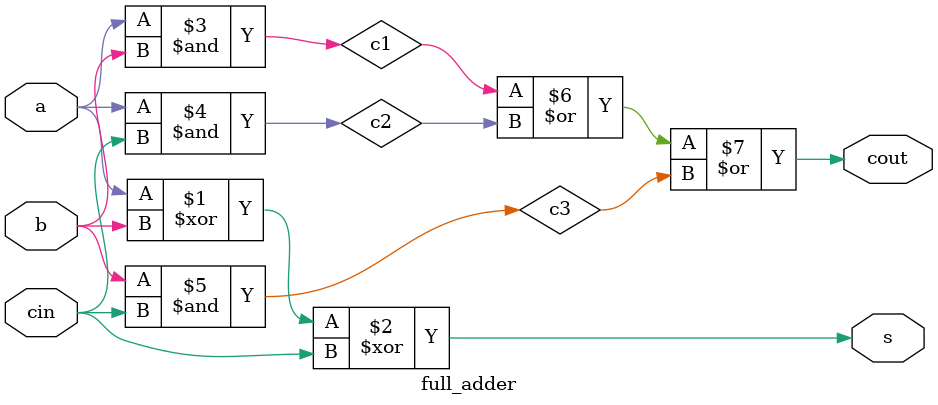
<source format=sv>
`timescale 1ps/1ps
module full_adder(a, b, cin, cout, s);
	input logic a, b, cin;
	output logic cout, s;
	
	// Create intermediate values for cout
	logic c1, c2, c3;
	
	// sum = a xor b xor cin
	xor #50 sumOut (s, a, b, cin);
	
	// cout = a&b | a&cin | b&cin
	and #50 c1And (c1, a, b);
	and #50 c2And (c2, a, cin);
	and #50 c3And (c3, b, cin);
	
	or #50 coutOr (cout, c1, c2, c3);
endmodule
/*
// full_adder_testbench tests all possible combinations of a, b, and cin
module full_adder_testbench();
	logic a, b, cin;
	logic cout, s;
	
	integer i;
	
	full_adder dut(.*);
	
	initial begin
	for (i = 0; i < 8; i++) begin
		{a, b, cin} = i; #200;
	end
	$stop;
	end
endmodule
*/

</source>
